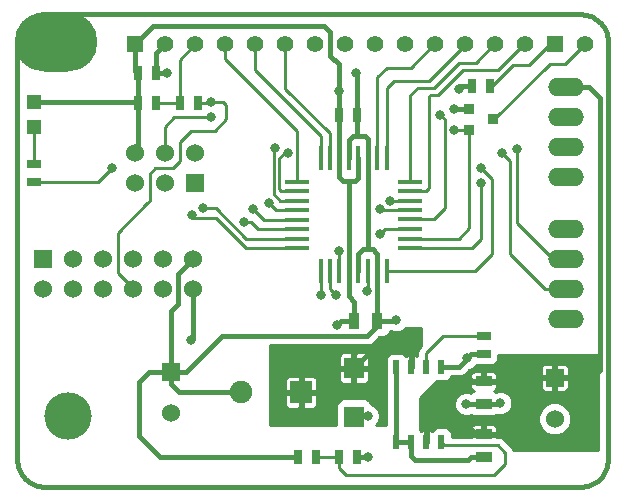
<source format=gbl>
G04 (created by PCBNEW-RS274X (2012-apr-16-27)-stable) date Sun 20 Jan 2013 09:00:02 PM CET*
G01*
G70*
G90*
%MOIN*%
G04 Gerber Fmt 3.4, Leading zero omitted, Abs format*
%FSLAX34Y34*%
G04 APERTURE LIST*
%ADD10C,0.006000*%
%ADD11C,0.015000*%
%ADD12R,0.017700X0.078700*%
%ADD13R,0.078700X0.017700*%
%ADD14R,0.036000X0.036000*%
%ADD15R,0.020000X0.045000*%
%ADD16R,0.055000X0.035000*%
%ADD17R,0.035000X0.055000*%
%ADD18R,0.025000X0.045000*%
%ADD19R,0.045000X0.025000*%
%ADD20R,0.055000X0.055000*%
%ADD21C,0.055000*%
%ADD22R,0.060000X0.060000*%
%ADD23C,0.060000*%
%ADD24R,0.047200X0.047200*%
%ADD25R,0.075000X0.075000*%
%ADD26C,0.075000*%
%ADD27R,0.066900X0.070800*%
%ADD28O,0.120000X0.060000*%
%ADD29O,0.275600X0.196900*%
%ADD30C,0.157500*%
%ADD31C,0.031500*%
%ADD32C,0.015700*%
%ADD33C,0.009800*%
%ADD34C,0.010000*%
G04 APERTURE END LIST*
G54D10*
G54D11*
X39370Y-40276D02*
X39370Y-54213D01*
X58110Y-39370D02*
X40276Y-39370D01*
X59055Y-54134D02*
X59055Y-40236D01*
X40276Y-55118D02*
X58228Y-55118D01*
X58229Y-55117D02*
X58307Y-55107D01*
X58385Y-55090D01*
X58460Y-55066D01*
X58533Y-55035D01*
X58604Y-54999D01*
X58670Y-54956D01*
X58733Y-54908D01*
X58792Y-54855D01*
X58845Y-54796D01*
X58893Y-54733D01*
X58936Y-54666D01*
X58972Y-54596D01*
X59003Y-54523D01*
X59027Y-54448D01*
X59044Y-54370D01*
X59054Y-54292D01*
X59058Y-54213D01*
X59054Y-54134D01*
X39371Y-54213D02*
X39375Y-54291D01*
X39385Y-54370D01*
X39402Y-54447D01*
X39426Y-54522D01*
X39456Y-54595D01*
X39493Y-54665D01*
X39535Y-54732D01*
X39583Y-54794D01*
X39637Y-54852D01*
X39695Y-54906D01*
X39757Y-54954D01*
X39824Y-54996D01*
X39894Y-55033D01*
X39967Y-55063D01*
X40042Y-55087D01*
X40119Y-55104D01*
X40198Y-55114D01*
X40276Y-55118D01*
X59055Y-40237D02*
X59048Y-40158D01*
X59034Y-40080D01*
X59014Y-40004D01*
X58987Y-39930D01*
X58953Y-39858D01*
X58914Y-39790D01*
X58868Y-39725D01*
X58817Y-39664D01*
X58762Y-39609D01*
X58701Y-39558D01*
X58636Y-39512D01*
X58568Y-39473D01*
X58496Y-39439D01*
X58422Y-39412D01*
X58346Y-39392D01*
X58268Y-39378D01*
X58189Y-39371D01*
X58111Y-39371D01*
X40276Y-39370D02*
X40198Y-39374D01*
X40119Y-39384D01*
X40042Y-39401D01*
X39967Y-39425D01*
X39894Y-39455D01*
X39824Y-39492D01*
X39757Y-39534D01*
X39694Y-39582D01*
X39636Y-39636D01*
X39582Y-39694D01*
X39534Y-39757D01*
X39492Y-39824D01*
X39455Y-39894D01*
X39425Y-39967D01*
X39401Y-40042D01*
X39384Y-40119D01*
X39374Y-40198D01*
X39370Y-40276D01*
G54D12*
X51684Y-44167D03*
X51369Y-44167D03*
X51054Y-44167D03*
X50739Y-44167D03*
X50424Y-44167D03*
X50109Y-44167D03*
X49794Y-44167D03*
X49479Y-44167D03*
X49481Y-47933D03*
X51691Y-47933D03*
X51371Y-47933D03*
X51051Y-47933D03*
X50741Y-47933D03*
X50421Y-47933D03*
X50111Y-47933D03*
X49791Y-47933D03*
G54D13*
X48691Y-44951D03*
X48691Y-45265D03*
X48691Y-45581D03*
X48691Y-45895D03*
X48691Y-46211D03*
X48691Y-46525D03*
X48691Y-46841D03*
X48691Y-47155D03*
X52471Y-44953D03*
X52471Y-45263D03*
X52471Y-45583D03*
X52471Y-45893D03*
X52471Y-46203D03*
X52471Y-46523D03*
X52471Y-46843D03*
X52471Y-47163D03*
G54D14*
X54443Y-42524D03*
X54443Y-43224D03*
X55243Y-42874D03*
G54D15*
X52006Y-53612D03*
X52506Y-53612D03*
X53006Y-53612D03*
X53506Y-53612D03*
X53506Y-51112D03*
X53006Y-51112D03*
X52506Y-51112D03*
X52006Y-51112D03*
G54D16*
X54921Y-51594D03*
X54921Y-52344D03*
X54921Y-53365D03*
X54921Y-54115D03*
G54D17*
X51359Y-49606D03*
X50609Y-49606D03*
G54D18*
X50694Y-42717D03*
X50094Y-42717D03*
X44001Y-42323D03*
X43401Y-42323D03*
X45379Y-42323D03*
X44779Y-42323D03*
X48716Y-54134D03*
X49316Y-54134D03*
X50094Y-54134D03*
X50694Y-54134D03*
G54D19*
X54921Y-50094D03*
X54921Y-50694D03*
X39921Y-44346D03*
X39921Y-44946D03*
G54D18*
X44001Y-41339D03*
X43401Y-41339D03*
X54543Y-41772D03*
X55143Y-41772D03*
G54D20*
X57307Y-40354D03*
G54D21*
X58307Y-40354D03*
G54D20*
X43303Y-40354D03*
G54D21*
X44303Y-40354D03*
X45303Y-40354D03*
X46303Y-40354D03*
X47303Y-40354D03*
X48303Y-40354D03*
X49303Y-40354D03*
X50303Y-40354D03*
X51303Y-40354D03*
X52303Y-40354D03*
X53303Y-40354D03*
X54303Y-40354D03*
X55303Y-40354D03*
X56303Y-40354D03*
G54D22*
X40217Y-47531D03*
G54D23*
X40217Y-48531D03*
X41217Y-47531D03*
X41217Y-48531D03*
X42217Y-47531D03*
X42217Y-48531D03*
X43217Y-47531D03*
X43217Y-48531D03*
X44217Y-47531D03*
X44217Y-48531D03*
X45217Y-47531D03*
X45217Y-48531D03*
G54D24*
X39921Y-43130D03*
X39921Y-42304D03*
G54D25*
X48835Y-51969D03*
G54D26*
X46835Y-51969D03*
G54D27*
X50591Y-52776D03*
X50591Y-51162D03*
G54D22*
X57283Y-51476D03*
G54D23*
X57283Y-52854D03*
G54D22*
X44488Y-51280D03*
G54D23*
X44488Y-52658D03*
G54D22*
X45291Y-44988D03*
G54D23*
X45291Y-43988D03*
X44291Y-44988D03*
X44291Y-43988D03*
X43291Y-44988D03*
X43291Y-43988D03*
G54D28*
X57677Y-41807D03*
X57677Y-42807D03*
X57677Y-43807D03*
X57677Y-44807D03*
X57677Y-46531D03*
X57677Y-47531D03*
X57677Y-48531D03*
X57677Y-49531D03*
G54D29*
X40669Y-40276D03*
G54D30*
X41063Y-52756D03*
G54D31*
X50669Y-41339D03*
X52008Y-49567D03*
X44370Y-41339D03*
X54094Y-41850D03*
X50000Y-48740D03*
X51063Y-52756D03*
X45157Y-50236D03*
X51063Y-54134D03*
X53937Y-42520D03*
X55472Y-52323D03*
X54331Y-52362D03*
X54370Y-50827D03*
X50079Y-41929D03*
X50039Y-49724D03*
X54843Y-45000D03*
X45827Y-42795D03*
X53937Y-43228D03*
X42520Y-44488D03*
X54843Y-44488D03*
X55512Y-43976D03*
X48386Y-43976D03*
X49488Y-48740D03*
X51024Y-48583D03*
X50079Y-47244D03*
X51457Y-45866D03*
X53465Y-42717D03*
X45827Y-42283D03*
X51457Y-46693D03*
X45197Y-46063D03*
X45551Y-45827D03*
X46929Y-46299D03*
X47244Y-45866D03*
X51811Y-45591D03*
X47953Y-43819D03*
X56024Y-43858D03*
X47756Y-45669D03*
G54D32*
X54664Y-53365D02*
X53642Y-52343D01*
X54921Y-51594D02*
X54390Y-51594D01*
X53006Y-52978D02*
X53006Y-53612D01*
X54390Y-51594D02*
X53642Y-52342D01*
X53642Y-52342D02*
X53006Y-52978D01*
X57283Y-51476D02*
X56437Y-51476D01*
X56319Y-51594D02*
X54921Y-51594D01*
X56437Y-51476D02*
X56319Y-51594D01*
X57677Y-41807D02*
X58421Y-41807D01*
X58524Y-51476D02*
X57283Y-51476D01*
X58780Y-51220D02*
X58524Y-51476D01*
X58780Y-42166D02*
X58780Y-51220D01*
X58421Y-41807D02*
X58780Y-42166D01*
X54921Y-53365D02*
X54664Y-53365D01*
X53642Y-52343D02*
X53642Y-52342D01*
X51054Y-47205D02*
X51063Y-47205D01*
X51063Y-47205D02*
X51221Y-47205D01*
X51054Y-44167D02*
X51054Y-47205D01*
X43425Y-53425D02*
X43425Y-51614D01*
X54543Y-41772D02*
X54172Y-41772D01*
X52008Y-49567D02*
X51969Y-49606D01*
X44134Y-54134D02*
X43425Y-53425D01*
X43425Y-51614D02*
X43759Y-51280D01*
X43759Y-51280D02*
X44488Y-51280D01*
X48716Y-54134D02*
X44134Y-54134D01*
X51969Y-49606D02*
X51359Y-49606D01*
X50669Y-41339D02*
X50694Y-41364D01*
X51221Y-47205D02*
X51371Y-47355D01*
X44001Y-40656D02*
X44303Y-40354D01*
X51371Y-47355D02*
X51371Y-47933D01*
X44001Y-41339D02*
X44370Y-41339D01*
X51371Y-47933D02*
X51371Y-49594D01*
X51371Y-49594D02*
X51359Y-49606D01*
X50906Y-47205D02*
X51063Y-47205D01*
X50741Y-47370D02*
X50906Y-47205D01*
X50424Y-44167D02*
X50424Y-43552D01*
X44488Y-51693D02*
X44488Y-51280D01*
X45217Y-47531D02*
X44724Y-48024D01*
X44764Y-51969D02*
X44488Y-51693D01*
X50694Y-42717D02*
X50694Y-43400D01*
X44488Y-50866D02*
X44488Y-51280D01*
X44724Y-49016D02*
X44724Y-48024D01*
X44488Y-49252D02*
X44724Y-49016D01*
X44547Y-51280D02*
X44488Y-51280D01*
X46835Y-51969D02*
X44764Y-51969D01*
X46181Y-50079D02*
X44980Y-51280D01*
X44980Y-51280D02*
X44488Y-51280D01*
X51359Y-49606D02*
X51359Y-49743D01*
X51023Y-50079D02*
X46181Y-50077D01*
X51359Y-49743D02*
X51023Y-50079D01*
X50945Y-43425D02*
X51054Y-43534D01*
X51054Y-43534D02*
X51054Y-44167D01*
X50424Y-43552D02*
X50551Y-43425D01*
X50669Y-43425D02*
X50945Y-43425D01*
X50694Y-43400D02*
X50669Y-43425D01*
X44488Y-50866D02*
X44488Y-49252D01*
X54172Y-41772D02*
X54094Y-41850D01*
X46181Y-50077D02*
X46181Y-50079D01*
X50551Y-43425D02*
X50669Y-43425D01*
X50741Y-47933D02*
X50741Y-47370D01*
X50694Y-41364D02*
X50694Y-42717D01*
X44001Y-41339D02*
X44001Y-40656D01*
X52401Y-50630D02*
X51123Y-50630D01*
X50591Y-51162D02*
X50138Y-51162D01*
X49331Y-51969D02*
X48835Y-51969D01*
X50138Y-51162D02*
X49331Y-51969D01*
X52506Y-51112D02*
X52506Y-50735D01*
X51123Y-50630D02*
X50591Y-51162D01*
X52506Y-50735D02*
X52401Y-50630D01*
G54D33*
X49791Y-48531D02*
X49791Y-47933D01*
X50000Y-48740D02*
X49791Y-48531D01*
X53303Y-40354D02*
X53268Y-40354D01*
X53268Y-40354D02*
X52480Y-41142D01*
X52480Y-41142D02*
X51693Y-41142D01*
X51693Y-41142D02*
X51369Y-41466D01*
X51369Y-41466D02*
X51369Y-44167D01*
X51929Y-41575D02*
X51684Y-41820D01*
X51684Y-41820D02*
X51684Y-44167D01*
X54303Y-40354D02*
X54303Y-40382D01*
X54303Y-40382D02*
X53110Y-41575D01*
X53110Y-41575D02*
X51929Y-41575D01*
X54095Y-40984D02*
X53268Y-41811D01*
X54646Y-40984D02*
X54095Y-40984D01*
X55276Y-40354D02*
X54646Y-40984D01*
X52716Y-41811D02*
X52471Y-42056D01*
X52471Y-42056D02*
X52471Y-44953D01*
X53268Y-41811D02*
X52716Y-41811D01*
X55303Y-40354D02*
X55276Y-40354D01*
X56303Y-40354D02*
X56261Y-40354D01*
X56261Y-40354D02*
X55395Y-41220D01*
X53005Y-45263D02*
X52471Y-45263D01*
X53110Y-45158D02*
X53005Y-45263D01*
X55395Y-41220D02*
X54213Y-41220D01*
X53386Y-42047D02*
X53150Y-42047D01*
X54213Y-41220D02*
X53386Y-42047D01*
X53110Y-42087D02*
X53110Y-45158D01*
X53150Y-42047D02*
X53110Y-42087D01*
X48303Y-40354D02*
X48303Y-41846D01*
X49794Y-43337D02*
X49794Y-44167D01*
X48303Y-41846D02*
X49794Y-43337D01*
G54D32*
X51063Y-52756D02*
X50611Y-52756D01*
X50611Y-52756D02*
X50591Y-52776D01*
X54443Y-42524D02*
X53941Y-42524D01*
X50094Y-41039D02*
X50094Y-42717D01*
X49803Y-40748D02*
X50094Y-41039D01*
X50109Y-44794D02*
X50236Y-44921D01*
X50094Y-41944D02*
X50094Y-42717D01*
X53941Y-42524D02*
X53937Y-42520D01*
X50421Y-48768D02*
X50421Y-47933D01*
X50694Y-54134D02*
X51063Y-54134D01*
X54370Y-50827D02*
X54503Y-50694D01*
X43898Y-39764D02*
X49606Y-39764D01*
X54349Y-52344D02*
X54331Y-52362D01*
X54503Y-50694D02*
X54921Y-50694D01*
X50109Y-44167D02*
X50109Y-44794D01*
X50433Y-49606D02*
X50157Y-49606D01*
X43401Y-42323D02*
X43401Y-43878D01*
X50109Y-42732D02*
X50094Y-42717D01*
X54921Y-52344D02*
X54349Y-52344D01*
X43382Y-42304D02*
X43401Y-42323D01*
X39921Y-42304D02*
X43382Y-42304D01*
X43308Y-40354D02*
X43898Y-39764D01*
X45217Y-50176D02*
X45157Y-50236D01*
X49803Y-39961D02*
X49803Y-40748D01*
X50079Y-41929D02*
X50094Y-41944D01*
X43303Y-40354D02*
X43308Y-40354D01*
X50157Y-49606D02*
X50039Y-49724D01*
X45217Y-48531D02*
X45217Y-50176D01*
X50609Y-49606D02*
X50433Y-49606D01*
X43401Y-41339D02*
X43401Y-42323D01*
X55451Y-52344D02*
X54921Y-52344D01*
X50609Y-48956D02*
X50421Y-48768D01*
X49606Y-39764D02*
X49803Y-39961D01*
X50109Y-44167D02*
X50109Y-42732D01*
X54085Y-51112D02*
X54503Y-50694D01*
X55472Y-52323D02*
X55451Y-52344D01*
X43303Y-40354D02*
X43303Y-41241D01*
X43401Y-43878D02*
X43291Y-43988D01*
X43303Y-41241D02*
X43401Y-41339D01*
X50433Y-44921D02*
X50433Y-47921D01*
X50433Y-47921D02*
X50421Y-47933D01*
X50433Y-44921D02*
X50630Y-44921D01*
X50609Y-49606D02*
X50609Y-48956D01*
X50630Y-44921D02*
X50739Y-44812D01*
X50739Y-44812D02*
X50739Y-44167D01*
X53506Y-51112D02*
X54085Y-51112D01*
X50236Y-44921D02*
X50433Y-44921D01*
G54D33*
X54530Y-47163D02*
X52471Y-47163D01*
X54843Y-46850D02*
X54530Y-47163D01*
X54843Y-45000D02*
X54843Y-46850D01*
X44291Y-43110D02*
X44291Y-43988D01*
X44606Y-42795D02*
X44291Y-43110D01*
X45827Y-42795D02*
X44606Y-42795D01*
X54101Y-46843D02*
X52471Y-46843D01*
X54443Y-43224D02*
X54443Y-46501D01*
X54443Y-46501D02*
X54101Y-46843D01*
X53941Y-43224D02*
X53937Y-43228D01*
X54443Y-43224D02*
X53941Y-43224D01*
X55630Y-54370D02*
X55630Y-53976D01*
X49685Y-54134D02*
X49316Y-54134D01*
X55630Y-53976D02*
X55394Y-53740D01*
X53634Y-53740D02*
X53506Y-53612D01*
X55276Y-54724D02*
X55630Y-54370D01*
X49685Y-54134D02*
X50094Y-54134D01*
X50094Y-54134D02*
X50094Y-54504D01*
X50314Y-54724D02*
X55276Y-54724D01*
X55394Y-53740D02*
X53634Y-53740D01*
X50094Y-54504D02*
X50314Y-54724D01*
G54D32*
X52506Y-53612D02*
X52006Y-53612D01*
X54921Y-54115D02*
X54507Y-54115D01*
X54507Y-54115D02*
X54409Y-54213D01*
X52506Y-54081D02*
X52506Y-53612D01*
X54409Y-54213D02*
X52638Y-54213D01*
X52638Y-54213D02*
X52506Y-54081D01*
X52006Y-53612D02*
X52006Y-51112D01*
G54D33*
X54921Y-50094D02*
X53567Y-50094D01*
X53006Y-50655D02*
X53006Y-51112D01*
X53567Y-50094D02*
X53006Y-50655D01*
X39921Y-43130D02*
X39921Y-44346D01*
X55275Y-42874D02*
X57125Y-41024D01*
X57637Y-41024D02*
X58307Y-40354D01*
X57125Y-41024D02*
X57637Y-41024D01*
X55243Y-42874D02*
X55275Y-42874D01*
X55196Y-41772D02*
X55143Y-41772D01*
X57126Y-40354D02*
X56417Y-41063D01*
X57307Y-40354D02*
X57126Y-40354D01*
X56417Y-41063D02*
X55905Y-41063D01*
X55905Y-41063D02*
X55196Y-41772D01*
X47303Y-40354D02*
X47303Y-41240D01*
X49479Y-43416D02*
X49479Y-44167D01*
X47303Y-41240D02*
X49479Y-43416D01*
X46303Y-40354D02*
X46303Y-40870D01*
X48691Y-43258D02*
X48691Y-44951D01*
X46303Y-40870D02*
X48691Y-43258D01*
X54626Y-47933D02*
X51691Y-47933D01*
X55197Y-47362D02*
X54626Y-47933D01*
X42520Y-44488D02*
X42062Y-44946D01*
X42062Y-44946D02*
X39921Y-44946D01*
X54843Y-44488D02*
X55197Y-44842D01*
X55197Y-44842D02*
X55197Y-47362D01*
X48110Y-45197D02*
X48110Y-44173D01*
X56957Y-48531D02*
X57677Y-48531D01*
X48691Y-45265D02*
X48178Y-45265D01*
X55787Y-47361D02*
X56957Y-48531D01*
X48307Y-43976D02*
X48386Y-43976D01*
X48110Y-44173D02*
X48307Y-43976D01*
X55787Y-44251D02*
X55787Y-47361D01*
X55512Y-43976D02*
X55787Y-44251D01*
X48178Y-45265D02*
X48110Y-45197D01*
X49488Y-48740D02*
X49481Y-48733D01*
X49481Y-48733D02*
X49481Y-47933D01*
X51051Y-48556D02*
X51024Y-48583D01*
X51051Y-47933D02*
X51051Y-48556D01*
X50111Y-47276D02*
X50111Y-47933D01*
X50079Y-47244D02*
X50111Y-47276D01*
X44779Y-42323D02*
X44779Y-40878D01*
X44779Y-40878D02*
X45303Y-40354D01*
X44001Y-42323D02*
X44779Y-42323D01*
X52471Y-45893D02*
X51484Y-45893D01*
X51484Y-45893D02*
X51457Y-45866D01*
X53622Y-45826D02*
X53245Y-46203D01*
X43217Y-48492D02*
X42717Y-47992D01*
X53465Y-42717D02*
X53622Y-42874D01*
X46339Y-42402D02*
X46339Y-42874D01*
X46339Y-42874D02*
X45945Y-43268D01*
X46220Y-42283D02*
X46339Y-42402D01*
X45787Y-42323D02*
X45827Y-42283D01*
X45379Y-42323D02*
X45787Y-42323D01*
X53622Y-42874D02*
X53622Y-45826D01*
X43217Y-48531D02*
X43217Y-48492D01*
X43780Y-45590D02*
X43701Y-45669D01*
X42717Y-46653D02*
X43701Y-45669D01*
X45945Y-43268D02*
X45157Y-43268D01*
X45157Y-43268D02*
X44803Y-43622D01*
X46220Y-42283D02*
X45827Y-42283D01*
X42717Y-47992D02*
X42717Y-46653D01*
X53245Y-46203D02*
X52471Y-46203D01*
X44803Y-43622D02*
X44803Y-44252D01*
X44803Y-44252D02*
X44567Y-44488D01*
X44567Y-44488D02*
X43977Y-44488D01*
X43977Y-44488D02*
X43780Y-44685D01*
X43780Y-44685D02*
X43780Y-45590D01*
X51627Y-46523D02*
X52471Y-46523D01*
X51457Y-46693D02*
X51627Y-46523D01*
X45276Y-46142D02*
X45984Y-46142D01*
X46997Y-47155D02*
X48691Y-47155D01*
X45984Y-46142D02*
X46997Y-47155D01*
X45197Y-46063D02*
X45276Y-46142D01*
X48691Y-46841D02*
X46998Y-46841D01*
X45984Y-45827D02*
X45551Y-45827D01*
X46998Y-46841D02*
X45984Y-45827D01*
X47391Y-46525D02*
X47165Y-46299D01*
X47165Y-46299D02*
X46929Y-46299D01*
X47391Y-46525D02*
X48691Y-46525D01*
X47589Y-46211D02*
X48691Y-46211D01*
X47589Y-46211D02*
X47244Y-45866D01*
X51811Y-45591D02*
X51819Y-45583D01*
X51819Y-45583D02*
X52471Y-45583D01*
X47913Y-45354D02*
X48140Y-45581D01*
X47913Y-43859D02*
X47913Y-45354D01*
X47953Y-43819D02*
X47913Y-43859D01*
X57677Y-47531D02*
X57216Y-47531D01*
X48140Y-45581D02*
X48691Y-45581D01*
X56024Y-46339D02*
X56024Y-43858D01*
X57216Y-47531D02*
X56024Y-46339D01*
X48021Y-45895D02*
X48691Y-45895D01*
X47982Y-45895D02*
X48021Y-45895D01*
X47756Y-45669D02*
X47982Y-45895D01*
G54D10*
G36*
X52824Y-50414D02*
X52795Y-50444D01*
X52730Y-50540D01*
X52726Y-50559D01*
X52707Y-50655D01*
X52707Y-50734D01*
X52698Y-50742D01*
X52639Y-50719D01*
X52598Y-50719D01*
X52556Y-50761D01*
X52556Y-51012D01*
X52556Y-51062D01*
X52556Y-51162D01*
X52456Y-51162D01*
X52456Y-51062D01*
X52456Y-51012D01*
X52456Y-50761D01*
X52414Y-50719D01*
X52373Y-50719D01*
X52313Y-50742D01*
X52247Y-50676D01*
X52156Y-50638D01*
X52057Y-50638D01*
X51857Y-50638D01*
X51765Y-50676D01*
X51695Y-50746D01*
X51657Y-50837D01*
X51657Y-50936D01*
X51657Y-51386D01*
X51678Y-51436D01*
X51678Y-53060D01*
X51332Y-53060D01*
X51407Y-52987D01*
X51469Y-52837D01*
X51469Y-52676D01*
X51407Y-52527D01*
X51294Y-52412D01*
X51168Y-52360D01*
X51136Y-52281D01*
X51093Y-52238D01*
X51093Y-51549D01*
X51093Y-51254D01*
X51093Y-51070D01*
X51093Y-50775D01*
X51068Y-50713D01*
X51020Y-50666D01*
X50959Y-50640D01*
X50892Y-50640D01*
X50683Y-50640D01*
X50641Y-50682D01*
X50641Y-51112D01*
X51051Y-51112D01*
X51093Y-51070D01*
X51093Y-51254D01*
X51051Y-51212D01*
X50641Y-51212D01*
X50641Y-51642D01*
X50683Y-51684D01*
X50892Y-51684D01*
X50959Y-51684D01*
X51020Y-51658D01*
X51068Y-51611D01*
X51093Y-51549D01*
X51093Y-52238D01*
X51066Y-52211D01*
X50975Y-52173D01*
X50876Y-52173D01*
X50541Y-52173D01*
X50541Y-51642D01*
X50541Y-51212D01*
X50541Y-51112D01*
X50541Y-50682D01*
X50499Y-50640D01*
X50290Y-50640D01*
X50223Y-50640D01*
X50162Y-50666D01*
X50114Y-50713D01*
X50089Y-50775D01*
X50089Y-51070D01*
X50131Y-51112D01*
X50541Y-51112D01*
X50541Y-51212D01*
X50131Y-51212D01*
X50089Y-51254D01*
X50089Y-51549D01*
X50114Y-51611D01*
X50162Y-51658D01*
X50223Y-51684D01*
X50290Y-51684D01*
X50499Y-51684D01*
X50541Y-51642D01*
X50541Y-52173D01*
X50208Y-52173D01*
X50116Y-52211D01*
X50046Y-52281D01*
X50008Y-52372D01*
X50008Y-52471D01*
X50008Y-53060D01*
X49378Y-53060D01*
X49378Y-52378D01*
X49378Y-52311D01*
X49378Y-52061D01*
X49378Y-51877D01*
X49378Y-51627D01*
X49378Y-51560D01*
X49352Y-51499D01*
X49305Y-51451D01*
X49243Y-51426D01*
X48927Y-51426D01*
X48885Y-51468D01*
X48885Y-51919D01*
X49336Y-51919D01*
X49378Y-51877D01*
X49378Y-52061D01*
X49336Y-52019D01*
X48885Y-52019D01*
X48885Y-52470D01*
X48927Y-52512D01*
X49243Y-52512D01*
X49305Y-52487D01*
X49352Y-52439D01*
X49378Y-52378D01*
X49378Y-53060D01*
X48785Y-53060D01*
X48785Y-52470D01*
X48785Y-52019D01*
X48785Y-51919D01*
X48785Y-51468D01*
X48743Y-51426D01*
X48427Y-51426D01*
X48365Y-51451D01*
X48318Y-51499D01*
X48292Y-51560D01*
X48292Y-51627D01*
X48292Y-51877D01*
X48334Y-51919D01*
X48785Y-51919D01*
X48785Y-52019D01*
X48334Y-52019D01*
X48292Y-52061D01*
X48292Y-52311D01*
X48292Y-52378D01*
X48318Y-52439D01*
X48365Y-52487D01*
X48427Y-52512D01*
X48743Y-52512D01*
X48785Y-52470D01*
X48785Y-53060D01*
X47806Y-53060D01*
X47806Y-50405D01*
X51013Y-50405D01*
X51023Y-50407D01*
X51148Y-50382D01*
X51149Y-50380D01*
X51255Y-50311D01*
X51436Y-50130D01*
X51583Y-50130D01*
X51675Y-50092D01*
X51745Y-50022D01*
X51781Y-49934D01*
X51832Y-49934D01*
X51927Y-49973D01*
X52088Y-49973D01*
X52237Y-49911D01*
X52335Y-49814D01*
X52824Y-49814D01*
X52824Y-50414D01*
X52824Y-50414D01*
G37*
G54D34*
X52824Y-50414D02*
X52795Y-50444D01*
X52730Y-50540D01*
X52726Y-50559D01*
X52707Y-50655D01*
X52707Y-50734D01*
X52698Y-50742D01*
X52639Y-50719D01*
X52598Y-50719D01*
X52556Y-50761D01*
X52556Y-51012D01*
X52556Y-51062D01*
X52556Y-51162D01*
X52456Y-51162D01*
X52456Y-51062D01*
X52456Y-51012D01*
X52456Y-50761D01*
X52414Y-50719D01*
X52373Y-50719D01*
X52313Y-50742D01*
X52247Y-50676D01*
X52156Y-50638D01*
X52057Y-50638D01*
X51857Y-50638D01*
X51765Y-50676D01*
X51695Y-50746D01*
X51657Y-50837D01*
X51657Y-50936D01*
X51657Y-51386D01*
X51678Y-51436D01*
X51678Y-53060D01*
X51332Y-53060D01*
X51407Y-52987D01*
X51469Y-52837D01*
X51469Y-52676D01*
X51407Y-52527D01*
X51294Y-52412D01*
X51168Y-52360D01*
X51136Y-52281D01*
X51093Y-52238D01*
X51093Y-51549D01*
X51093Y-51254D01*
X51093Y-51070D01*
X51093Y-50775D01*
X51068Y-50713D01*
X51020Y-50666D01*
X50959Y-50640D01*
X50892Y-50640D01*
X50683Y-50640D01*
X50641Y-50682D01*
X50641Y-51112D01*
X51051Y-51112D01*
X51093Y-51070D01*
X51093Y-51254D01*
X51051Y-51212D01*
X50641Y-51212D01*
X50641Y-51642D01*
X50683Y-51684D01*
X50892Y-51684D01*
X50959Y-51684D01*
X51020Y-51658D01*
X51068Y-51611D01*
X51093Y-51549D01*
X51093Y-52238D01*
X51066Y-52211D01*
X50975Y-52173D01*
X50876Y-52173D01*
X50541Y-52173D01*
X50541Y-51642D01*
X50541Y-51212D01*
X50541Y-51112D01*
X50541Y-50682D01*
X50499Y-50640D01*
X50290Y-50640D01*
X50223Y-50640D01*
X50162Y-50666D01*
X50114Y-50713D01*
X50089Y-50775D01*
X50089Y-51070D01*
X50131Y-51112D01*
X50541Y-51112D01*
X50541Y-51212D01*
X50131Y-51212D01*
X50089Y-51254D01*
X50089Y-51549D01*
X50114Y-51611D01*
X50162Y-51658D01*
X50223Y-51684D01*
X50290Y-51684D01*
X50499Y-51684D01*
X50541Y-51642D01*
X50541Y-52173D01*
X50208Y-52173D01*
X50116Y-52211D01*
X50046Y-52281D01*
X50008Y-52372D01*
X50008Y-52471D01*
X50008Y-53060D01*
X49378Y-53060D01*
X49378Y-52378D01*
X49378Y-52311D01*
X49378Y-52061D01*
X49378Y-51877D01*
X49378Y-51627D01*
X49378Y-51560D01*
X49352Y-51499D01*
X49305Y-51451D01*
X49243Y-51426D01*
X48927Y-51426D01*
X48885Y-51468D01*
X48885Y-51919D01*
X49336Y-51919D01*
X49378Y-51877D01*
X49378Y-52061D01*
X49336Y-52019D01*
X48885Y-52019D01*
X48885Y-52470D01*
X48927Y-52512D01*
X49243Y-52512D01*
X49305Y-52487D01*
X49352Y-52439D01*
X49378Y-52378D01*
X49378Y-53060D01*
X48785Y-53060D01*
X48785Y-52470D01*
X48785Y-52019D01*
X48785Y-51919D01*
X48785Y-51468D01*
X48743Y-51426D01*
X48427Y-51426D01*
X48365Y-51451D01*
X48318Y-51499D01*
X48292Y-51560D01*
X48292Y-51627D01*
X48292Y-51877D01*
X48334Y-51919D01*
X48785Y-51919D01*
X48785Y-52019D01*
X48334Y-52019D01*
X48292Y-52061D01*
X48292Y-52311D01*
X48292Y-52378D01*
X48318Y-52439D01*
X48365Y-52487D01*
X48427Y-52512D01*
X48743Y-52512D01*
X48785Y-52470D01*
X48785Y-53060D01*
X47806Y-53060D01*
X47806Y-50405D01*
X51013Y-50405D01*
X51023Y-50407D01*
X51148Y-50382D01*
X51149Y-50380D01*
X51255Y-50311D01*
X51436Y-50130D01*
X51583Y-50130D01*
X51675Y-50092D01*
X51745Y-50022D01*
X51781Y-49934D01*
X51832Y-49934D01*
X51927Y-49973D01*
X52088Y-49973D01*
X52237Y-49911D01*
X52335Y-49814D01*
X52824Y-49814D01*
X52824Y-50414D01*
G54D10*
G36*
X58730Y-53887D02*
X57832Y-53887D01*
X57832Y-52963D01*
X57832Y-52745D01*
X57751Y-52550D01*
X57751Y-51809D01*
X57751Y-51568D01*
X57751Y-51384D01*
X57751Y-51143D01*
X57726Y-51081D01*
X57678Y-51034D01*
X57617Y-51008D01*
X57550Y-51008D01*
X57375Y-51008D01*
X57333Y-51050D01*
X57333Y-51426D01*
X57709Y-51426D01*
X57751Y-51384D01*
X57751Y-51568D01*
X57709Y-51526D01*
X57333Y-51526D01*
X57333Y-51902D01*
X57375Y-51944D01*
X57550Y-51944D01*
X57617Y-51944D01*
X57678Y-51918D01*
X57726Y-51871D01*
X57751Y-51809D01*
X57751Y-52550D01*
X57748Y-52543D01*
X57594Y-52389D01*
X57392Y-52305D01*
X57233Y-52305D01*
X57233Y-51902D01*
X57233Y-51526D01*
X57233Y-51426D01*
X57233Y-51050D01*
X57191Y-51008D01*
X57016Y-51008D01*
X56949Y-51008D01*
X56888Y-51034D01*
X56840Y-51081D01*
X56815Y-51143D01*
X56815Y-51384D01*
X56857Y-51426D01*
X57233Y-51426D01*
X57233Y-51526D01*
X56857Y-51526D01*
X56815Y-51568D01*
X56815Y-51809D01*
X56840Y-51871D01*
X56888Y-51918D01*
X56949Y-51944D01*
X57016Y-51944D01*
X57191Y-51944D01*
X57233Y-51902D01*
X57233Y-52305D01*
X57174Y-52305D01*
X56972Y-52389D01*
X56818Y-52543D01*
X56734Y-52745D01*
X56734Y-52963D01*
X56818Y-53165D01*
X56972Y-53319D01*
X57174Y-53403D01*
X57392Y-53403D01*
X57594Y-53319D01*
X57748Y-53165D01*
X57832Y-52963D01*
X57832Y-53887D01*
X55911Y-53887D01*
X55906Y-53862D01*
X55905Y-53861D01*
X55883Y-53829D01*
X55878Y-53821D01*
X55878Y-52404D01*
X55878Y-52243D01*
X55816Y-52094D01*
X55703Y-51979D01*
X55553Y-51917D01*
X55392Y-51917D01*
X55315Y-51948D01*
X55258Y-51925D01*
X55291Y-51911D01*
X55339Y-51864D01*
X55364Y-51802D01*
X55364Y-51686D01*
X55364Y-51502D01*
X55364Y-51386D01*
X55339Y-51324D01*
X55291Y-51277D01*
X55230Y-51251D01*
X55163Y-51251D01*
X55013Y-51251D01*
X54971Y-51293D01*
X54971Y-51544D01*
X55322Y-51544D01*
X55364Y-51502D01*
X55364Y-51686D01*
X55322Y-51644D01*
X55021Y-51644D01*
X54971Y-51644D01*
X54871Y-51644D01*
X54871Y-51544D01*
X54871Y-51293D01*
X54829Y-51251D01*
X54679Y-51251D01*
X54612Y-51251D01*
X54551Y-51277D01*
X54503Y-51324D01*
X54478Y-51386D01*
X54478Y-51502D01*
X54520Y-51544D01*
X54871Y-51544D01*
X54871Y-51644D01*
X54821Y-51644D01*
X54520Y-51644D01*
X54478Y-51686D01*
X54478Y-51802D01*
X54503Y-51864D01*
X54551Y-51911D01*
X54584Y-51925D01*
X54505Y-51958D01*
X54479Y-51983D01*
X54412Y-51956D01*
X54251Y-51956D01*
X54102Y-52018D01*
X53987Y-52131D01*
X53925Y-52281D01*
X53925Y-52442D01*
X53987Y-52591D01*
X54100Y-52706D01*
X54250Y-52768D01*
X54411Y-52768D01*
X54504Y-52729D01*
X54505Y-52730D01*
X54596Y-52768D01*
X54695Y-52768D01*
X55245Y-52768D01*
X55337Y-52730D01*
X55353Y-52713D01*
X55391Y-52729D01*
X55552Y-52729D01*
X55701Y-52667D01*
X55816Y-52554D01*
X55878Y-52404D01*
X55878Y-53821D01*
X55841Y-53765D01*
X55841Y-53764D01*
X55605Y-53529D01*
X55509Y-53464D01*
X55489Y-53460D01*
X55394Y-53441D01*
X55364Y-53441D01*
X55364Y-53273D01*
X55364Y-53157D01*
X55339Y-53095D01*
X55291Y-53048D01*
X55230Y-53022D01*
X55163Y-53022D01*
X55013Y-53022D01*
X54971Y-53064D01*
X54971Y-53315D01*
X55322Y-53315D01*
X55364Y-53273D01*
X55364Y-53441D01*
X55348Y-53441D01*
X55322Y-53415D01*
X55021Y-53415D01*
X54971Y-53415D01*
X54871Y-53415D01*
X54871Y-53315D01*
X54871Y-53064D01*
X54829Y-53022D01*
X54679Y-53022D01*
X54612Y-53022D01*
X54551Y-53048D01*
X54503Y-53095D01*
X54478Y-53157D01*
X54478Y-53273D01*
X54520Y-53315D01*
X54871Y-53315D01*
X54871Y-53415D01*
X54821Y-53415D01*
X54520Y-53415D01*
X54494Y-53441D01*
X53855Y-53441D01*
X53855Y-53338D01*
X53817Y-53246D01*
X53747Y-53176D01*
X53656Y-53138D01*
X53557Y-53138D01*
X53357Y-53138D01*
X53265Y-53176D01*
X53198Y-53242D01*
X53139Y-53219D01*
X53098Y-53219D01*
X53056Y-53261D01*
X53056Y-53512D01*
X53056Y-53562D01*
X53056Y-53662D01*
X52956Y-53662D01*
X52956Y-53562D01*
X52956Y-53512D01*
X52956Y-53261D01*
X52914Y-53219D01*
X52873Y-53219D01*
X52813Y-53242D01*
X52806Y-53235D01*
X52806Y-52147D01*
X53367Y-51586D01*
X53455Y-51586D01*
X53655Y-51586D01*
X53747Y-51548D01*
X53817Y-51478D01*
X53832Y-51440D01*
X54085Y-51440D01*
X54210Y-51415D01*
X54211Y-51415D01*
X54317Y-51344D01*
X54428Y-51233D01*
X54450Y-51233D01*
X54599Y-51171D01*
X54703Y-51068D01*
X54745Y-51068D01*
X55195Y-51068D01*
X55287Y-51030D01*
X55357Y-50960D01*
X55395Y-50869D01*
X55395Y-50770D01*
X55395Y-50719D01*
X58730Y-50719D01*
X58730Y-53887D01*
X58730Y-53887D01*
G37*
G54D34*
X58730Y-53887D02*
X57832Y-53887D01*
X57832Y-52963D01*
X57832Y-52745D01*
X57751Y-52550D01*
X57751Y-51809D01*
X57751Y-51568D01*
X57751Y-51384D01*
X57751Y-51143D01*
X57726Y-51081D01*
X57678Y-51034D01*
X57617Y-51008D01*
X57550Y-51008D01*
X57375Y-51008D01*
X57333Y-51050D01*
X57333Y-51426D01*
X57709Y-51426D01*
X57751Y-51384D01*
X57751Y-51568D01*
X57709Y-51526D01*
X57333Y-51526D01*
X57333Y-51902D01*
X57375Y-51944D01*
X57550Y-51944D01*
X57617Y-51944D01*
X57678Y-51918D01*
X57726Y-51871D01*
X57751Y-51809D01*
X57751Y-52550D01*
X57748Y-52543D01*
X57594Y-52389D01*
X57392Y-52305D01*
X57233Y-52305D01*
X57233Y-51902D01*
X57233Y-51526D01*
X57233Y-51426D01*
X57233Y-51050D01*
X57191Y-51008D01*
X57016Y-51008D01*
X56949Y-51008D01*
X56888Y-51034D01*
X56840Y-51081D01*
X56815Y-51143D01*
X56815Y-51384D01*
X56857Y-51426D01*
X57233Y-51426D01*
X57233Y-51526D01*
X56857Y-51526D01*
X56815Y-51568D01*
X56815Y-51809D01*
X56840Y-51871D01*
X56888Y-51918D01*
X56949Y-51944D01*
X57016Y-51944D01*
X57191Y-51944D01*
X57233Y-51902D01*
X57233Y-52305D01*
X57174Y-52305D01*
X56972Y-52389D01*
X56818Y-52543D01*
X56734Y-52745D01*
X56734Y-52963D01*
X56818Y-53165D01*
X56972Y-53319D01*
X57174Y-53403D01*
X57392Y-53403D01*
X57594Y-53319D01*
X57748Y-53165D01*
X57832Y-52963D01*
X57832Y-53887D01*
X55911Y-53887D01*
X55906Y-53862D01*
X55905Y-53861D01*
X55883Y-53829D01*
X55878Y-53821D01*
X55878Y-52404D01*
X55878Y-52243D01*
X55816Y-52094D01*
X55703Y-51979D01*
X55553Y-51917D01*
X55392Y-51917D01*
X55315Y-51948D01*
X55258Y-51925D01*
X55291Y-51911D01*
X55339Y-51864D01*
X55364Y-51802D01*
X55364Y-51686D01*
X55364Y-51502D01*
X55364Y-51386D01*
X55339Y-51324D01*
X55291Y-51277D01*
X55230Y-51251D01*
X55163Y-51251D01*
X55013Y-51251D01*
X54971Y-51293D01*
X54971Y-51544D01*
X55322Y-51544D01*
X55364Y-51502D01*
X55364Y-51686D01*
X55322Y-51644D01*
X55021Y-51644D01*
X54971Y-51644D01*
X54871Y-51644D01*
X54871Y-51544D01*
X54871Y-51293D01*
X54829Y-51251D01*
X54679Y-51251D01*
X54612Y-51251D01*
X54551Y-51277D01*
X54503Y-51324D01*
X54478Y-51386D01*
X54478Y-51502D01*
X54520Y-51544D01*
X54871Y-51544D01*
X54871Y-51644D01*
X54821Y-51644D01*
X54520Y-51644D01*
X54478Y-51686D01*
X54478Y-51802D01*
X54503Y-51864D01*
X54551Y-51911D01*
X54584Y-51925D01*
X54505Y-51958D01*
X54479Y-51983D01*
X54412Y-51956D01*
X54251Y-51956D01*
X54102Y-52018D01*
X53987Y-52131D01*
X53925Y-52281D01*
X53925Y-52442D01*
X53987Y-52591D01*
X54100Y-52706D01*
X54250Y-52768D01*
X54411Y-52768D01*
X54504Y-52729D01*
X54505Y-52730D01*
X54596Y-52768D01*
X54695Y-52768D01*
X55245Y-52768D01*
X55337Y-52730D01*
X55353Y-52713D01*
X55391Y-52729D01*
X55552Y-52729D01*
X55701Y-52667D01*
X55816Y-52554D01*
X55878Y-52404D01*
X55878Y-53821D01*
X55841Y-53765D01*
X55841Y-53764D01*
X55605Y-53529D01*
X55509Y-53464D01*
X55489Y-53460D01*
X55394Y-53441D01*
X55364Y-53441D01*
X55364Y-53273D01*
X55364Y-53157D01*
X55339Y-53095D01*
X55291Y-53048D01*
X55230Y-53022D01*
X55163Y-53022D01*
X55013Y-53022D01*
X54971Y-53064D01*
X54971Y-53315D01*
X55322Y-53315D01*
X55364Y-53273D01*
X55364Y-53441D01*
X55348Y-53441D01*
X55322Y-53415D01*
X55021Y-53415D01*
X54971Y-53415D01*
X54871Y-53415D01*
X54871Y-53315D01*
X54871Y-53064D01*
X54829Y-53022D01*
X54679Y-53022D01*
X54612Y-53022D01*
X54551Y-53048D01*
X54503Y-53095D01*
X54478Y-53157D01*
X54478Y-53273D01*
X54520Y-53315D01*
X54871Y-53315D01*
X54871Y-53415D01*
X54821Y-53415D01*
X54520Y-53415D01*
X54494Y-53441D01*
X53855Y-53441D01*
X53855Y-53338D01*
X53817Y-53246D01*
X53747Y-53176D01*
X53656Y-53138D01*
X53557Y-53138D01*
X53357Y-53138D01*
X53265Y-53176D01*
X53198Y-53242D01*
X53139Y-53219D01*
X53098Y-53219D01*
X53056Y-53261D01*
X53056Y-53512D01*
X53056Y-53562D01*
X53056Y-53662D01*
X52956Y-53662D01*
X52956Y-53562D01*
X52956Y-53512D01*
X52956Y-53261D01*
X52914Y-53219D01*
X52873Y-53219D01*
X52813Y-53242D01*
X52806Y-53235D01*
X52806Y-52147D01*
X53367Y-51586D01*
X53455Y-51586D01*
X53655Y-51586D01*
X53747Y-51548D01*
X53817Y-51478D01*
X53832Y-51440D01*
X54085Y-51440D01*
X54210Y-51415D01*
X54211Y-51415D01*
X54317Y-51344D01*
X54428Y-51233D01*
X54450Y-51233D01*
X54599Y-51171D01*
X54703Y-51068D01*
X54745Y-51068D01*
X55195Y-51068D01*
X55287Y-51030D01*
X55357Y-50960D01*
X55395Y-50869D01*
X55395Y-50770D01*
X55395Y-50719D01*
X58730Y-50719D01*
X58730Y-53887D01*
M02*

</source>
